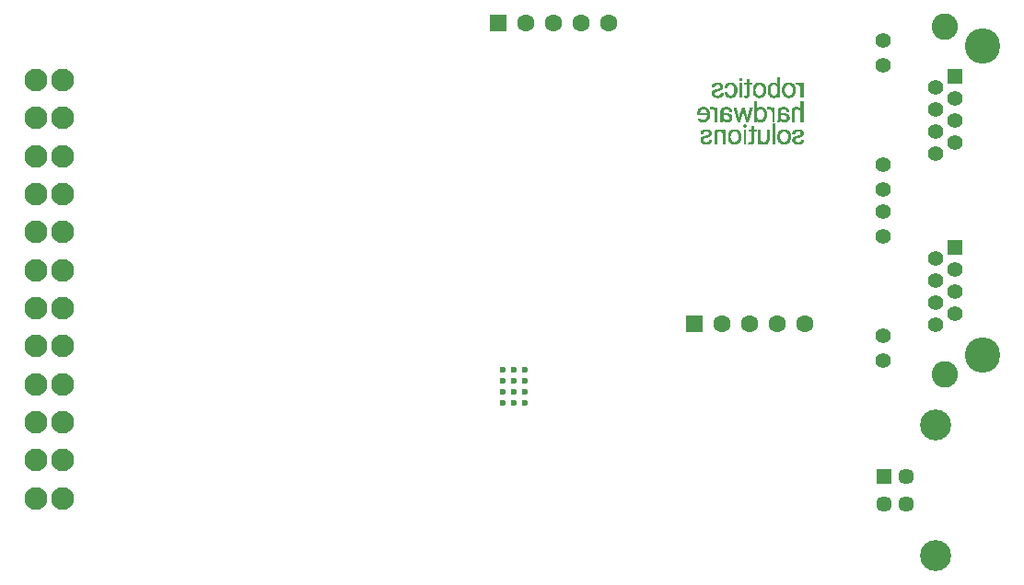
<source format=gbs>
%FSTAX25Y25*%
%MOIN*%
%SFA1B1*%

%IPPOS*%
%ADD63C,0.127950*%
%ADD64C,0.095280*%
%ADD65C,0.054690*%
%ADD66R,0.054690X0.054690*%
%ADD71C,0.001000*%
%ADD112R,0.062990X0.062990*%
%ADD113C,0.062990*%
%ADD114R,0.057090X0.057090*%
%ADD115C,0.057090*%
%ADD116C,0.112200*%
%ADD117C,0.082680*%
%ADD118C,0.023620*%
%LNrobocontroller-1*%
%LPD*%
G54D63*
X0362362Y-0141961D03*
Y-0029961D03*
G54D64*
X0348862Y-0148961D03*
Y-0022961D03*
G54D65*
X0326362Y-0143961D03*
Y-0134961D03*
Y-0098961D03*
Y-0089961D03*
Y-0081961D03*
Y-0072961D03*
Y-0036961D03*
Y-0027961D03*
X0352362Y-0110961D03*
Y-0118961D03*
Y-0126961D03*
X0345362Y-0106961D03*
Y-0114961D03*
Y-0122961D03*
Y-0130961D03*
X0352362Y-0048961D03*
Y-0056961D03*
Y-0064961D03*
X0345362Y-0044961D03*
Y-0052961D03*
Y-0060961D03*
Y-0068961D03*
G54D66*
X0352362Y-0102961D03*
Y-0040961D03*
G54D71*
X0288127Y-0041181D02*
X0288727D01*
X0288127Y-0041281D02*
X0288727D01*
X0288127Y-0041381D02*
X0288727D01*
X0288127Y-0041481D02*
X0288727D01*
X0274427D02*
X0274927D01*
X0288127Y-0041581D02*
X0288727D01*
X0274327D02*
X0275027D01*
X0288127Y-0041681D02*
X0288727D01*
X0274227D02*
X0275127D01*
X0288127Y-0041781D02*
X0288727D01*
X0274227D02*
X0275127D01*
X0288127Y-0041881D02*
X0288727D01*
X0274227D02*
X0275127D01*
X0288127Y-0041981D02*
X0288727D01*
X0277127D02*
X0277827D01*
X0274227D02*
X0275127D01*
X0288127Y-0042081D02*
X0288727D01*
X0277127D02*
X0277827D01*
X0274227D02*
X0275027D01*
X0288127Y-0042181D02*
X0288727D01*
X0277127D02*
X0277827D01*
X0274327D02*
X0275027D01*
X0288127Y-0042281D02*
X0288727D01*
X0277127D02*
X0277827D01*
X0274527D02*
X0274827D01*
X0288127Y-0042381D02*
X0288727D01*
X0277127D02*
X0277827D01*
X0288127Y-0042481D02*
X0288727D01*
X0277127D02*
X0277827D01*
X0288127Y-0042581D02*
X0288727D01*
X0277127D02*
X0277827D01*
X0288127Y-0042681D02*
X0288727D01*
X0277127D02*
X0277827D01*
X0288127Y-0042781D02*
X0288727D01*
X0277127D02*
X0277827D01*
X0288127Y-0042881D02*
X0288727D01*
X0277127D02*
X0277827D01*
X0288127Y-0042981D02*
X0288727D01*
X0277127D02*
X0277827D01*
X0288127Y-0043081D02*
X0288727D01*
X0277127D02*
X0277827D01*
X0295027Y-0043181D02*
X0295427D01*
X0291827D02*
X0292327D01*
X0288127D02*
X0288727D01*
X0286327D02*
X0286827D01*
X0281227D02*
X0281727D01*
X0277127D02*
X0277827D01*
X0270827D02*
X0271227D01*
X0266027D02*
X0266527D01*
X0296527Y-0043281D02*
X0297227D01*
X0294727D02*
X0295827D01*
X0291327D02*
X0292827D01*
X0288127D02*
X0288727D01*
X0285927D02*
X0287327D01*
X0280727D02*
X0282227D01*
X0276127D02*
X0278727D01*
X0274327D02*
X0275027D01*
X0270227D02*
X0271827D01*
X0265527D02*
X0267127D01*
X0296527Y-0043381D02*
X0297227D01*
X0294727D02*
X0296027D01*
X0291127D02*
X0293127D01*
X0288127D02*
X0288727D01*
X0285627D02*
X0287527D01*
X0280427D02*
X0282527D01*
X0276127D02*
X0278727D01*
X0274327D02*
X0275027D01*
X0270027D02*
X0272027D01*
X0265227D02*
X0267327D01*
X0296527Y-0043481D02*
X0297227D01*
X0294727D02*
X0296227D01*
X0290927D02*
X0293327D01*
X0288127D02*
X0288727D01*
X0285527D02*
X0287727D01*
X0280327D02*
X0282627D01*
X0276127D02*
X0278727D01*
X0274327D02*
X0275027D01*
X0269827D02*
X0272227D01*
X0265027D02*
X0267527D01*
X0296527Y-0043581D02*
X0297227D01*
X0294727D02*
X0296327D01*
X0290727D02*
X0293427D01*
X0288127D02*
X0288727D01*
X0285327D02*
X0287827D01*
X0280127D02*
X0282827D01*
X0276127D02*
X0278727D01*
X0274327D02*
X0275027D01*
X0269727D02*
X0272327D01*
X0264927D02*
X0267627D01*
X0296527Y-0043681D02*
X0297227D01*
X0294727D02*
X0296427D01*
X0290627D02*
X0293527D01*
X0288127D02*
X0288727D01*
X0285227D02*
X0287927D01*
X0280027D02*
X0282927D01*
X0276127D02*
X0278727D01*
X0274327D02*
X0275027D01*
X0269627D02*
X0272427D01*
X0264827D02*
X0267727D01*
X0296527Y-0043781D02*
X0297227D01*
X0294727D02*
X0296427D01*
X0292427D02*
X0293627D01*
X0290527D02*
X0291827D01*
X0288127D02*
X0288727D01*
X0286927D02*
X0288027D01*
X0285227D02*
X0286427D01*
X0281727D02*
X0283027D01*
X0279927D02*
X0281227D01*
X0276127D02*
X0278727D01*
X0274327D02*
X0275027D01*
X0271327D02*
X0272527D01*
X0269527D02*
X0270727D01*
X0266627D02*
X0267827D01*
X0264727D02*
X0266027D01*
X0295627Y-0043881D02*
X0297227D01*
X0292727D02*
X0293727D01*
X0290427D02*
X0291527D01*
X0287327D02*
X0288727D01*
X0285127D02*
X0286127D01*
X0282127D02*
X0283127D01*
X0279827D02*
X0280927D01*
X0277127D02*
X0277827D01*
X0274327D02*
X0275027D01*
X0271627D02*
X0272627D01*
X0269427D02*
X0270427D01*
X0266927D02*
X0267927D01*
X0264627D02*
X0265727D01*
X0295827Y-0043981D02*
X0297227D01*
X0292927D02*
X0293827D01*
X0290327D02*
X0291327D01*
X0287527D02*
X0288727D01*
X0285027D02*
X0285927D01*
X0282227D02*
X0283227D01*
X0279727D02*
X0280727D01*
X0277127D02*
X0277827D01*
X0274327D02*
X0275027D01*
X0271827D02*
X0272727D01*
X0269327D02*
X0270227D01*
X0267127D02*
X0268027D01*
X0264527D02*
X0265527D01*
X0296027Y-0044081D02*
X0297227D01*
X0293027D02*
X0293927D01*
X0290227D02*
X0291127D01*
X0287627D02*
X0288727D01*
X0284927D02*
X0285827D01*
X0282427D02*
X0283327D01*
X0279627D02*
X0280527D01*
X0277127D02*
X0277827D01*
X0274327D02*
X0275027D01*
X0271927D02*
X0272827D01*
X0269327D02*
X0270127D01*
X0267227D02*
X0268027D01*
X0264527D02*
X0265327D01*
X0296127Y-0044181D02*
X0297227D01*
X0293127D02*
X0294027D01*
X0290227D02*
X0291027D01*
X0287727D02*
X0288727D01*
X0284927D02*
X0285727D01*
X0282527D02*
X0283327D01*
X0279627D02*
X0280427D01*
X0277127D02*
X0277827D01*
X0274327D02*
X0275027D01*
X0272027D02*
X0272827D01*
X0269227D02*
X0270027D01*
X0267327D02*
X0268027D01*
X0264427D02*
X0265227D01*
X0296227Y-0044281D02*
X0297227D01*
X0293227D02*
X0294027D01*
X0290127D02*
X0290927D01*
X0287827D02*
X0288727D01*
X0284827D02*
X0285627D01*
X0282627D02*
X0283427D01*
X0279527D02*
X0280327D01*
X0277127D02*
X0277827D01*
X0274327D02*
X0275027D01*
X0272127D02*
X0272927D01*
X0269227D02*
X0269927D01*
X0267427D02*
X0268127D01*
X0264427D02*
X0265227D01*
X0296327Y-0044381D02*
X0297227D01*
X0293327D02*
X0294127D01*
X0290127D02*
X0290927D01*
X0287927D02*
X0288727D01*
X0284827D02*
X0285627D01*
X0282727D02*
X0283527D01*
X0279427D02*
X0280227D01*
X0277127D02*
X0277827D01*
X0274327D02*
X0275027D01*
X0272227D02*
X0272927D01*
X0269127D02*
X0269927D01*
X0267427D02*
X0268127D01*
X0264427D02*
X0265127D01*
X0296327Y-0044481D02*
X0297227D01*
X0293327D02*
X0294127D01*
X0290027D02*
X0290827D01*
X0287927D02*
X0288727D01*
X0284827D02*
X0285527D01*
X0282727D02*
X0283527D01*
X0279427D02*
X0280227D01*
X0277127D02*
X0277827D01*
X0274327D02*
X0275027D01*
X0272227D02*
X0273027D01*
X0269127D02*
X0269827D01*
X0267427D02*
X0268127D01*
X0264427D02*
X0265127D01*
X0296427Y-0044581D02*
X0297227D01*
X0293427D02*
X0294227D01*
X0290027D02*
X0290727D01*
X0288027D02*
X0288727D01*
X0284727D02*
X0285527D01*
X0282827D02*
X0283527D01*
X0279427D02*
X0280127D01*
X0277127D02*
X0277827D01*
X0274327D02*
X0275027D01*
X0272327D02*
X0273027D01*
X0269127D02*
X0269827D01*
X0267427D02*
X0268127D01*
X0264427D02*
X0265027D01*
X0296427Y-0044681D02*
X0297227D01*
X0293527D02*
X0294227D01*
X0289927D02*
X0290727D01*
X0288027D02*
X0288727D01*
X0284727D02*
X0285427D01*
X0282827D02*
X0283627D01*
X0279327D02*
X0280127D01*
X0277127D02*
X0277827D01*
X0274327D02*
X0275027D01*
X0272327D02*
X0273127D01*
X0269027D02*
X0269727D01*
X0267427D02*
X0268127D01*
X0264427D02*
X0265027D01*
X0296527Y-0044781D02*
X0297227D01*
X0293527D02*
X0294227D01*
X0289927D02*
X0290627D01*
X0288127D02*
X0288727D01*
X0284727D02*
X0285427D01*
X0282927D02*
X0283627D01*
X0279327D02*
X0280027D01*
X0277127D02*
X0277827D01*
X0274327D02*
X0275027D01*
X0272427D02*
X0273127D01*
X0269027D02*
X0269727D01*
X0267427D02*
X0268127D01*
X0296527Y-0044881D02*
X0297227D01*
X0293627D02*
X0294327D01*
X0289927D02*
X0290627D01*
X0288127D02*
X0288727D01*
X0284727D02*
X0285327D01*
X0282927D02*
X0283627D01*
X0279327D02*
X0280027D01*
X0277127D02*
X0277827D01*
X0274327D02*
X0275027D01*
X0272427D02*
X0273127D01*
X0269027D02*
X0269727D01*
X0267427D02*
X0268127D01*
X0296527Y-0044981D02*
X0297227D01*
X0293627D02*
X0294327D01*
X0289927D02*
X0290627D01*
X0288127D02*
X0288727D01*
X0284627D02*
X0285327D01*
X0283027D02*
X0283727D01*
X0279227D02*
X0279927D01*
X0277127D02*
X0277827D01*
X0274327D02*
X0275027D01*
X0272427D02*
X0273127D01*
X0269027D02*
X0269727D01*
X0267327D02*
X0268127D01*
X0296527Y-0045081D02*
X0297227D01*
X0293627D02*
X0294327D01*
X0289827D02*
X0290527D01*
X0288127D02*
X0288727D01*
X0284627D02*
X0285327D01*
X0283027D02*
X0283727D01*
X0279227D02*
X0279927D01*
X0277127D02*
X0277827D01*
X0274327D02*
X0275027D01*
X0272527D02*
X0273227D01*
X0267227D02*
X0268027D01*
X0296527Y-0045181D02*
X0297227D01*
X0293627D02*
X0294327D01*
X0289827D02*
X0290527D01*
X0288127D02*
X0288727D01*
X0284627D02*
X0285327D01*
X0283027D02*
X0283727D01*
X0279227D02*
X0279927D01*
X0277127D02*
X0277827D01*
X0274327D02*
X0275027D01*
X0272527D02*
X0273227D01*
X0267127D02*
X0268027D01*
X0296527Y-0045281D02*
X0297227D01*
X0293727D02*
X0294327D01*
X0289827D02*
X0290527D01*
X0288127D02*
X0288727D01*
X0284627D02*
X0285327D01*
X0283027D02*
X0283727D01*
X0279227D02*
X0279927D01*
X0277127D02*
X0277827D01*
X0274327D02*
X0275027D01*
X0272527D02*
X0273227D01*
X0266827D02*
X0267927D01*
X0296527Y-0045381D02*
X0297227D01*
X0293727D02*
X0294427D01*
X0289827D02*
X0290527D01*
X0288127D02*
X0288727D01*
X0284627D02*
X0285327D01*
X0283127D02*
X0283727D01*
X0279227D02*
X0279827D01*
X0277127D02*
X0277827D01*
X0274327D02*
X0275027D01*
X0272527D02*
X0273227D01*
X0266627D02*
X0267827D01*
X0296527Y-0045481D02*
X0297227D01*
X0293727D02*
X0294427D01*
X0289827D02*
X0290427D01*
X0288127D02*
X0288727D01*
X0284627D02*
X0285227D01*
X0283127D02*
X0283727D01*
X0279227D02*
X0279827D01*
X0277127D02*
X0277827D01*
X0274327D02*
X0275027D01*
X0272527D02*
X0273227D01*
X0266227D02*
X0267727D01*
X0296527Y-0045581D02*
X0297227D01*
X0293727D02*
X0294427D01*
X0289827D02*
X0290427D01*
X0288127D02*
X0288727D01*
X0284627D02*
X0285227D01*
X0283127D02*
X0283727D01*
X0279227D02*
X0279827D01*
X0277127D02*
X0277827D01*
X0274327D02*
X0275027D01*
X0272527D02*
X0273227D01*
X0265827D02*
X0267627D01*
X0296527Y-0045681D02*
X0297227D01*
X0293727D02*
X0294427D01*
X0289827D02*
X0290427D01*
X0288127D02*
X0288727D01*
X0284627D02*
X0285227D01*
X0283127D02*
X0283827D01*
X0279227D02*
X0279827D01*
X0277127D02*
X0277827D01*
X0274327D02*
X0275027D01*
X0272527D02*
X0273227D01*
X0265527D02*
X0267527D01*
X0296527Y-0045781D02*
X0297227D01*
X0293727D02*
X0294427D01*
X0289827D02*
X0290427D01*
X0288127D02*
X0288727D01*
X0284627D02*
X0285227D01*
X0283127D02*
X0283827D01*
X0279227D02*
X0279827D01*
X0277127D02*
X0277827D01*
X0274327D02*
X0275027D01*
X0272527D02*
X0273227D01*
X0265227D02*
X0267327D01*
X0296527Y-0045881D02*
X0297227D01*
X0293727D02*
X0294427D01*
X0289827D02*
X0290427D01*
X0288127D02*
X0288727D01*
X0284627D02*
X0285227D01*
X0283127D02*
X0283827D01*
X0279227D02*
X0279827D01*
X0277127D02*
X0277827D01*
X0274327D02*
X0275027D01*
X0272527D02*
X0273227D01*
X0265027D02*
X0267027D01*
X0296527Y-0045981D02*
X0297227D01*
X0293727D02*
X0294427D01*
X0289827D02*
X0290427D01*
X0288127D02*
X0288727D01*
X0284627D02*
X0285227D01*
X0283127D02*
X0283827D01*
X0279227D02*
X0279827D01*
X0277127D02*
X0277827D01*
X0274327D02*
X0275027D01*
X0272527D02*
X0273227D01*
X0264927D02*
X0266727D01*
X0296527Y-0046081D02*
X0297227D01*
X0293727D02*
X0294427D01*
X0289827D02*
X0290427D01*
X0288127D02*
X0288727D01*
X0284627D02*
X0285227D01*
X0283127D02*
X0283727D01*
X0279227D02*
X0279827D01*
X0277127D02*
X0277827D01*
X0274327D02*
X0275027D01*
X0272527D02*
X0273227D01*
X0264727D02*
X0266227D01*
X0296527Y-0046181D02*
X0297227D01*
X0293727D02*
X0294427D01*
X0289827D02*
X0290427D01*
X0288127D02*
X0288727D01*
X0284627D02*
X0285227D01*
X0283127D02*
X0283727D01*
X0279227D02*
X0279827D01*
X0277127D02*
X0277827D01*
X0274327D02*
X0275027D01*
X0272527D02*
X0273227D01*
X0264627D02*
X0265927D01*
X0296527Y-0046281D02*
X0297227D01*
X0293727D02*
X0294427D01*
X0289827D02*
X0290527D01*
X0288127D02*
X0288727D01*
X0284627D02*
X0285327D01*
X0283127D02*
X0283727D01*
X0279227D02*
X0279827D01*
X0277127D02*
X0277827D01*
X0274327D02*
X0275027D01*
X0272527D02*
X0273227D01*
X0264527D02*
X0265627D01*
X0296527Y-0046381D02*
X0297227D01*
X0293727D02*
X0294327D01*
X0289827D02*
X0290527D01*
X0288127D02*
X0288727D01*
X0284627D02*
X0285327D01*
X0283127D02*
X0283727D01*
X0279227D02*
X0279927D01*
X0277127D02*
X0277827D01*
X0274327D02*
X0275027D01*
X0272527D02*
X0273227D01*
X0264527D02*
X0265427D01*
X0296527Y-0046481D02*
X0297227D01*
X0293627D02*
X0294327D01*
X0289827D02*
X0290527D01*
X0288127D02*
X0288727D01*
X0284627D02*
X0285327D01*
X0283027D02*
X0283727D01*
X0279227D02*
X0279927D01*
X0277127D02*
X0277827D01*
X0274327D02*
X0275027D01*
X0272527D02*
X0273227D01*
X0264427D02*
X0265327D01*
X0296527Y-0046581D02*
X0297227D01*
X0293627D02*
X0294327D01*
X0289827D02*
X0290527D01*
X0288127D02*
X0288727D01*
X0284627D02*
X0285327D01*
X0283027D02*
X0283727D01*
X0279227D02*
X0279927D01*
X0277127D02*
X0277827D01*
X0274327D02*
X0275027D01*
X0272527D02*
X0273227D01*
X0264427D02*
X0265227D01*
X0296527Y-0046681D02*
X0297227D01*
X0293627D02*
X0294327D01*
X0289927D02*
X0290527D01*
X0288127D02*
X0288727D01*
X0284627D02*
X0285327D01*
X0283027D02*
X0283727D01*
X0279227D02*
X0279927D01*
X0277127D02*
X0277827D01*
X0274327D02*
X0275027D01*
X0272527D02*
X0273127D01*
X0264427D02*
X0265127D01*
X0296527Y-0046781D02*
X0297227D01*
X0293627D02*
X0294327D01*
X0289927D02*
X0290627D01*
X0288127D02*
X0288727D01*
X0284727D02*
X0285427D01*
X0282927D02*
X0283727D01*
X0279327D02*
X0280027D01*
X0277127D02*
X0277827D01*
X0274327D02*
X0275027D01*
X0272427D02*
X0273127D01*
X0269027D02*
X0269727D01*
X0264327D02*
X0265127D01*
X0296527Y-0046881D02*
X0297227D01*
X0293527D02*
X0294227D01*
X0289927D02*
X0290627D01*
X0288127D02*
X0288727D01*
X0284727D02*
X0285427D01*
X0282927D02*
X0283627D01*
X0279327D02*
X0280027D01*
X0277127D02*
X0277827D01*
X0274327D02*
X0275027D01*
X0272427D02*
X0273127D01*
X0269027D02*
X0269727D01*
X0264327D02*
X0265027D01*
X0296527Y-0046981D02*
X0297227D01*
X0293527D02*
X0294227D01*
X0289927D02*
X0290727D01*
X0288127D02*
X0288727D01*
X0284727D02*
X0285427D01*
X0282927D02*
X0283627D01*
X0279327D02*
X0280027D01*
X0277127D02*
X0277827D01*
X0274327D02*
X0275027D01*
X0272427D02*
X0273127D01*
X0269027D02*
X0269727D01*
X0267627D02*
X0268327D01*
X0264327D02*
X0265027D01*
X0296527Y-0047081D02*
X0297227D01*
X0293427D02*
X0294227D01*
X0290027D02*
X0290727D01*
X0288027D02*
X0288727D01*
X0284727D02*
X0285527D01*
X0282827D02*
X0283627D01*
X0279427D02*
X0280127D01*
X0277127D02*
X0277827D01*
X0274327D02*
X0275027D01*
X0272327D02*
X0273027D01*
X0269027D02*
X0269727D01*
X0267627D02*
X0268327D01*
X0264327D02*
X0265027D01*
X0296527Y-0047181D02*
X0297227D01*
X0293427D02*
X0294127D01*
X0290027D02*
X0290827D01*
X0288027D02*
X0288727D01*
X0284827D02*
X0285527D01*
X0282727D02*
X0283527D01*
X0279427D02*
X0280227D01*
X0277127D02*
X0277827D01*
X0274327D02*
X0275027D01*
X0272327D02*
X0273027D01*
X0269127D02*
X0269827D01*
X0267527D02*
X0268227D01*
X0264327D02*
X0265027D01*
X0296527Y-0047281D02*
X0297227D01*
X0293327D02*
X0294127D01*
X0290127D02*
X0290827D01*
X0287927D02*
X0288727D01*
X0284827D02*
X0285627D01*
X0282727D02*
X0283527D01*
X0279427D02*
X0280227D01*
X0277127D02*
X0277827D01*
X0274327D02*
X0275027D01*
X0272227D02*
X0272927D01*
X0269127D02*
X0269827D01*
X0267527D02*
X0268227D01*
X0264327D02*
X0265027D01*
X0296527Y-0047381D02*
X0297227D01*
X0293227D02*
X0294027D01*
X0290127D02*
X0290927D01*
X0287827D02*
X0288727D01*
X0284827D02*
X0285627D01*
X0282627D02*
X0283427D01*
X0279527D02*
X0280327D01*
X0277127D02*
X0277827D01*
X0274327D02*
X0275027D01*
X0272127D02*
X0272927D01*
X0269127D02*
X0269927D01*
X0267427D02*
X0268227D01*
X0264427D02*
X0265127D01*
X0296527Y-0047481D02*
X0297227D01*
X0293127D02*
X0294027D01*
X0290227D02*
X0291027D01*
X0287727D02*
X0288727D01*
X0284927D02*
X0285727D01*
X0282527D02*
X0283427D01*
X0279527D02*
X0280427D01*
X0277127D02*
X0277827D01*
X0274327D02*
X0275027D01*
X0272027D02*
X0272827D01*
X0269227D02*
X0270027D01*
X0267427D02*
X0268227D01*
X0264427D02*
X0265127D01*
X0296527Y-0047581D02*
X0297227D01*
X0293027D02*
X0293927D01*
X0290227D02*
X0291127D01*
X0287627D02*
X0288727D01*
X0284927D02*
X0285827D01*
X0282427D02*
X0283327D01*
X0279627D02*
X0280527D01*
X0277127D02*
X0277827D01*
X0274327D02*
X0275027D01*
X0271927D02*
X0272827D01*
X0269227D02*
X0270127D01*
X0267327D02*
X0268127D01*
X0264427D02*
X0265227D01*
X0296527Y-0047681D02*
X0297227D01*
X0292927D02*
X0293827D01*
X0290327D02*
X0291327D01*
X0287527D02*
X0288727D01*
X0285027D02*
X0285927D01*
X0282327D02*
X0283227D01*
X0279727D02*
X0280627D01*
X0277027D02*
X0277827D01*
X0274327D02*
X0275027D01*
X0271827D02*
X0272727D01*
X0269327D02*
X0270227D01*
X0267127D02*
X0268127D01*
X0264527D02*
X0265427D01*
X0296527Y-0047781D02*
X0297227D01*
X0292727D02*
X0293827D01*
X0290427D02*
X0291427D01*
X0287327D02*
X0288727D01*
X0285127D02*
X0286127D01*
X0282127D02*
X0283127D01*
X0279827D02*
X0280827D01*
X0276927D02*
X0277727D01*
X0274327D02*
X0275027D01*
X0271627D02*
X0272627D01*
X0269427D02*
X0270427D01*
X0267027D02*
X0268027D01*
X0264527D02*
X0265527D01*
X0296527Y-0047881D02*
X0297227D01*
X0292427D02*
X0293727D01*
X0290527D02*
X0291727D01*
X0287027D02*
X0288727D01*
X0285227D02*
X0286427D01*
X0281827D02*
X0283027D01*
X0279927D02*
X0281127D01*
X0276727D02*
X0277727D01*
X0276027D02*
X0276327D01*
X0274327D02*
X0275027D01*
X0271427D02*
X0272627D01*
X0269527D02*
X0270627D01*
X0266627D02*
X0267927D01*
X0264627D02*
X0265827D01*
X0296527Y-0047981D02*
X0297227D01*
X0290627D02*
X0293627D01*
X0288127D02*
X0288727D01*
X0285227D02*
X0288027D01*
X0280027D02*
X0282927D01*
X0276027D02*
X0277727D01*
X0274327D02*
X0275027D01*
X0269627D02*
X0272527D01*
X0264727D02*
X0267827D01*
X0296527Y-0048081D02*
X0297227D01*
X0290727D02*
X0293427D01*
X0288127D02*
X0288727D01*
X0285327D02*
X0287927D01*
X0280127D02*
X0282827D01*
X0276027D02*
X0277627D01*
X0274327D02*
X0275027D01*
X0269727D02*
X0272327D01*
X0264827D02*
X0267727D01*
X0296527Y-0048181D02*
X0297227D01*
X0290927D02*
X0293327D01*
X0288127D02*
X0288727D01*
X0285527D02*
X0287727D01*
X0280227D02*
X0282727D01*
X0276027D02*
X0277527D01*
X0274327D02*
X0275027D01*
X0269827D02*
X0272227D01*
X0264927D02*
X0267627D01*
X0296527Y-0048281D02*
X0297227D01*
X0291027D02*
X0293127D01*
X0288127D02*
X0288727D01*
X0285627D02*
X0287627D01*
X0280427D02*
X0282527D01*
X0276027D02*
X0277427D01*
X0274327D02*
X0275027D01*
X0270027D02*
X0272027D01*
X0265127D02*
X0267427D01*
X0296527Y-0048381D02*
X0297227D01*
X0291327D02*
X0292927D01*
X0288127D02*
X0288727D01*
X0285827D02*
X0287327D01*
X0280727D02*
X0282227D01*
X0276027D02*
X0277327D01*
X0274327D02*
X0275027D01*
X0270327D02*
X0271827D01*
X0265427D02*
X0267127D01*
X0291727Y-0048481D02*
X0292427D01*
X0286327D02*
X0286927D01*
X0281127D02*
X0281827D01*
X0276327D02*
X0276927D01*
X0270727D02*
X0271327D01*
X0265927D02*
X0266627D01*
X0296527Y-0050081D02*
X0297227D01*
X0279827D02*
X0280427D01*
X0296527Y-0050181D02*
X0297227D01*
X0279827D02*
X0280427D01*
X0296527Y-0050281D02*
X0297227D01*
X0279827D02*
X0280427D01*
X0296527Y-0050381D02*
X0297227D01*
X0279827D02*
X0280427D01*
X0296527Y-0050481D02*
X0297227D01*
X0279827D02*
X0280427D01*
X0296527Y-0050581D02*
X0297227D01*
X0279827D02*
X0280427D01*
X0296527Y-0050681D02*
X0297227D01*
X0279827D02*
X0280427D01*
X0296527Y-0050781D02*
X0297227D01*
X0279827D02*
X0280427D01*
X0296527Y-0050881D02*
X0297227D01*
X0279827D02*
X0280427D01*
X0296527Y-0050981D02*
X0297227D01*
X0279827D02*
X0280427D01*
X0296527Y-0051081D02*
X0297227D01*
X0279827D02*
X0280427D01*
X0296527Y-0051181D02*
X0297227D01*
X0279827D02*
X0280427D01*
X0296527Y-0051281D02*
X0297227D01*
X0279827D02*
X0280427D01*
X0296527Y-0051381D02*
X0297227D01*
X0279827D02*
X0280427D01*
X0296527Y-0051481D02*
X0297227D01*
X0279827D02*
X0280427D01*
X0296527Y-0051581D02*
X0297227D01*
X0279827D02*
X0280427D01*
X0296527Y-0051681D02*
X0297227D01*
X0279827D02*
X0280427D01*
X0296527Y-0051781D02*
X0297227D01*
X0279827D02*
X0280427D01*
X0296527Y-0051881D02*
X0297227D01*
X0279827D02*
X0280427D01*
X0296527Y-0051981D02*
X0297227D01*
X0279827D02*
X0280427D01*
X0296527Y-0052081D02*
X0297227D01*
X0294427D02*
X0295427D01*
X0289627D02*
X0290627D01*
X0284427D02*
X0285327D01*
X0281527D02*
X0282427D01*
X0279827D02*
X0280427D01*
X0268927D02*
X0269927D01*
X0263727D02*
X0264627D01*
X0260627D02*
X0261627D01*
X0296527Y-0052181D02*
X0297227D01*
X0294127D02*
X0295727D01*
X0289227D02*
X0291027D01*
X0286227D02*
X0286827D01*
X0284427D02*
X0285627D01*
X0281127D02*
X0282727D01*
X0279827D02*
X0280427D01*
X0278227D02*
X0278927D01*
X0275227D02*
X0275827D01*
X0272227D02*
X0272927D01*
X0268527D02*
X0270327D01*
X0265527D02*
X0266127D01*
X0263727D02*
X0264927D01*
X0260327D02*
X0261927D01*
X0296527Y-0052281D02*
X0297227D01*
X0293927D02*
X0295927D01*
X0289027D02*
X0291227D01*
X0286227D02*
X0286827D01*
X0284427D02*
X0285727D01*
X0280927D02*
X0282927D01*
X0279827D02*
X0280427D01*
X0278127D02*
X0278827D01*
X0275227D02*
X0275927D01*
X0272227D02*
X0272927D01*
X0268327D02*
X0270527D01*
X0265527D02*
X0266127D01*
X0263727D02*
X0265027D01*
X0260127D02*
X0262127D01*
X0296527Y-0052381D02*
X0297227D01*
X0293827D02*
X0296127D01*
X0288827D02*
X0291427D01*
X0286227D02*
X0286827D01*
X0284427D02*
X0285927D01*
X0280827D02*
X0283127D01*
X0279827D02*
X0280427D01*
X0278127D02*
X0278827D01*
X0275227D02*
X0275927D01*
X0272227D02*
X0272927D01*
X0268127D02*
X0270727D01*
X0265527D02*
X0266127D01*
X0263727D02*
X0265227D01*
X0259927D02*
X0262327D01*
X0296527Y-0052481D02*
X0297227D01*
X0293727D02*
X0296227D01*
X0288727D02*
X0291527D01*
X0286227D02*
X0286827D01*
X0284427D02*
X0286027D01*
X0280727D02*
X0283227D01*
X0279827D02*
X0280427D01*
X0278127D02*
X0278827D01*
X0275127D02*
X0275927D01*
X0272327D02*
X0273027D01*
X0268027D02*
X0270827D01*
X0265527D02*
X0266127D01*
X0263727D02*
X0265327D01*
X0259827D02*
X0262427D01*
X0296527Y-0052581D02*
X0297227D01*
X0293627D02*
X0296327D01*
X0288627D02*
X0291627D01*
X0286227D02*
X0286827D01*
X0284427D02*
X0286127D01*
X0280627D02*
X0283327D01*
X0279827D02*
X0280427D01*
X0278127D02*
X0278827D01*
X0275127D02*
X0276027D01*
X0272327D02*
X0273027D01*
X0267927D02*
X0270927D01*
X0265527D02*
X0266127D01*
X0263727D02*
X0265427D01*
X0259727D02*
X0262527D01*
X0296527Y-0052681D02*
X0297227D01*
X0295427D02*
X0296427D01*
X0293527D02*
X0294727D01*
X0290627D02*
X0291727D01*
X0288527D02*
X0289627D01*
X0286227D02*
X0286827D01*
X0285027D02*
X0286127D01*
X0284427D02*
X0284727D01*
X0282227D02*
X0283427D01*
X0280527D02*
X0281427D01*
X0279827D02*
X0280427D01*
X0278027D02*
X0278727D01*
X0275127D02*
X0276027D01*
X0272327D02*
X0273027D01*
X0269927D02*
X0271027D01*
X0267827D02*
X0268927D01*
X0265527D02*
X0266127D01*
X0264327D02*
X0265427D01*
X0263727D02*
X0264027D01*
X0261527D02*
X0262627D01*
X0259627D02*
X0260727D01*
X0295727Y-0052781D02*
X0297227D01*
X0293527D02*
X0294427D01*
X0290927D02*
X0291827D01*
X0288527D02*
X0289427D01*
X0285427D02*
X0286827D01*
X0282527D02*
X0283527D01*
X0279827D02*
X0281227D01*
X0278027D02*
X0278727D01*
X0275027D02*
X0276027D01*
X0272427D02*
X0273127D01*
X0270227D02*
X0271127D01*
X0267827D02*
X0268727D01*
X0264727D02*
X0266127D01*
X0261827D02*
X0262727D01*
X0259527D02*
X0260527D01*
X0295827Y-0052881D02*
X0297227D01*
X0293427D02*
X0294327D01*
X0291027D02*
X0291927D01*
X0288427D02*
X0289327D01*
X0285627D02*
X0286827D01*
X0282627D02*
X0283527D01*
X0279827D02*
X0281027D01*
X0278027D02*
X0278727D01*
X0275027D02*
X0276127D01*
X0272427D02*
X0273127D01*
X0270327D02*
X0271227D01*
X0267727D02*
X0268627D01*
X0264927D02*
X0266127D01*
X0261927D02*
X0262827D01*
X0259527D02*
X0260327D01*
X0296027Y-0052981D02*
X0297227D01*
X0293427D02*
X0294227D01*
X0291127D02*
X0292027D01*
X0288427D02*
X0289127D01*
X0285727D02*
X0286827D01*
X0282727D02*
X0283627D01*
X0279827D02*
X0280927D01*
X0278027D02*
X0278627D01*
X0275027D02*
X0276127D01*
X0272427D02*
X0273127D01*
X0270427D02*
X0271327D01*
X0267727D02*
X0268427D01*
X0265027D02*
X0266127D01*
X0262027D02*
X0262927D01*
X0259427D02*
X0260227D01*
X0296127Y-0053081D02*
X0297227D01*
X0293427D02*
X0294127D01*
X0291227D02*
X0292027D01*
X0288327D02*
X0289127D01*
X0285827D02*
X0286827D01*
X0282827D02*
X0283627D01*
X0279827D02*
X0280827D01*
X0277927D02*
X0278627D01*
X0274927D02*
X0276127D01*
X0272427D02*
X0273127D01*
X0270527D02*
X0271327D01*
X0267627D02*
X0268427D01*
X0265127D02*
X0266127D01*
X0262127D02*
X0262927D01*
X0259327D02*
X0260127D01*
X0296227Y-0053181D02*
X0297227D01*
X0293427D02*
X0294127D01*
X0291327D02*
X0292027D01*
X0288327D02*
X0289027D01*
X0285927D02*
X0286827D01*
X0282927D02*
X0283727D01*
X0279827D02*
X0280727D01*
X0277927D02*
X0278627D01*
X0274927D02*
X0276127D01*
X0272527D02*
X0273227D01*
X0270627D02*
X0271327D01*
X0267627D02*
X0268327D01*
X0265227D02*
X0266127D01*
X0262227D02*
X0263027D01*
X0259327D02*
X0260127D01*
X0296227Y-0053281D02*
X0297227D01*
X0293327D02*
X0294027D01*
X0291427D02*
X0292127D01*
X0288327D02*
X0289027D01*
X0286027D02*
X0286827D01*
X0283027D02*
X0283727D01*
X0279827D02*
X0280627D01*
X0277927D02*
X0278627D01*
X0275627D02*
X0276227D01*
X0274927D02*
X0275527D01*
X0272527D02*
X0273227D01*
X0270727D02*
X0271427D01*
X0267627D02*
X0268327D01*
X0265327D02*
X0266127D01*
X0262327D02*
X0263027D01*
X0259327D02*
X0260027D01*
X0296327Y-0053381D02*
X0297227D01*
X0293327D02*
X0294027D01*
X0291427D02*
X0292127D01*
X0288227D02*
X0288927D01*
X0286027D02*
X0286827D01*
X0283027D02*
X0283827D01*
X0279827D02*
X0280627D01*
X0277827D02*
X0278527D01*
X0275627D02*
X0276227D01*
X0274927D02*
X0275527D01*
X0272527D02*
X0273227D01*
X0270727D02*
X0271427D01*
X0267527D02*
X0268227D01*
X0265327D02*
X0266127D01*
X0262427D02*
X0263127D01*
X0259227D02*
X0259927D01*
X0296427Y-0053481D02*
X0297227D01*
X0293327D02*
X0294027D01*
X0291427D02*
X0292127D01*
X0288227D02*
X0288927D01*
X0286127D02*
X0286827D01*
X0283127D02*
X0283827D01*
X0279827D02*
X0280527D01*
X0277827D02*
X0278527D01*
X0275627D02*
X0276227D01*
X0274827D02*
X0275527D01*
X0272627D02*
X0273227D01*
X0270727D02*
X0271427D01*
X0267527D02*
X0268227D01*
X0265427D02*
X0266127D01*
X0262427D02*
X0263127D01*
X0259227D02*
X0259927D01*
X0296427Y-0053581D02*
X0297227D01*
X0293327D02*
X0294027D01*
X0291427D02*
X0292127D01*
X0288227D02*
X0288927D01*
X0286127D02*
X0286827D01*
X0283127D02*
X0283827D01*
X0279827D02*
X0280527D01*
X0277827D02*
X0278527D01*
X0275727D02*
X0276327D01*
X0274827D02*
X0275427D01*
X0272627D02*
X0273327D01*
X0270727D02*
X0271427D01*
X0267527D02*
X0268227D01*
X0265427D02*
X0266127D01*
X0262527D02*
X0263227D01*
X0259227D02*
X0259927D01*
X0296527Y-0053681D02*
X0297227D01*
X0293327D02*
X0293927D01*
X0288227D02*
X0288927D01*
X0286127D02*
X0286827D01*
X0283127D02*
X0283927D01*
X0279827D02*
X0280427D01*
X0277827D02*
X0278427D01*
X0275727D02*
X0276327D01*
X0274827D02*
X0275427D01*
X0272627D02*
X0273327D01*
X0267527D02*
X0268227D01*
X0265427D02*
X0266127D01*
X0262527D02*
X0263227D01*
X0259227D02*
X0259827D01*
X0296527Y-0053781D02*
X0297227D01*
X0293327D02*
X0293927D01*
X0288227D02*
X0288927D01*
X0286227D02*
X0286827D01*
X0283227D02*
X0283927D01*
X0279827D02*
X0280427D01*
X0277727D02*
X0278427D01*
X0275727D02*
X0276327D01*
X0274727D02*
X0275427D01*
X0272727D02*
X0273327D01*
X0267527D02*
X0268227D01*
X0265527D02*
X0266127D01*
X0262527D02*
X0263227D01*
X0259127D02*
X0259827D01*
X0296527Y-0053881D02*
X0297227D01*
X0293327D02*
X0293927D01*
X0288227D02*
X0288927D01*
X0286227D02*
X0286827D01*
X0283227D02*
X0283927D01*
X0279827D02*
X0280427D01*
X0277727D02*
X0278427D01*
X0275727D02*
X0276427D01*
X0274727D02*
X0275327D01*
X0272727D02*
X0273327D01*
X0267527D02*
X0268227D01*
X0265527D02*
X0266127D01*
X0262627D02*
X0263327D01*
X0259127D02*
X0259827D01*
X0296527Y-0053981D02*
X0297227D01*
X0293327D02*
X0293927D01*
X0288227D02*
X0288927D01*
X0286227D02*
X0286827D01*
X0283227D02*
X0283927D01*
X0279827D02*
X0280427D01*
X0277727D02*
X0278427D01*
X0275827D02*
X0276427D01*
X0274727D02*
X0275327D01*
X0272727D02*
X0273427D01*
X0267527D02*
X0268227D01*
X0265527D02*
X0266127D01*
X0262627D02*
X0263327D01*
X0259127D02*
X0259827D01*
X0296527Y-0054081D02*
X0297227D01*
X0293327D02*
X0293927D01*
X0288227D02*
X0288927D01*
X0286227D02*
X0286827D01*
X0283227D02*
X0283927D01*
X0279827D02*
X0280427D01*
X0277727D02*
X0278327D01*
X0275827D02*
X0276427D01*
X0274627D02*
X0275327D01*
X0272727D02*
X0273427D01*
X0267527D02*
X0268227D01*
X0265527D02*
X0266127D01*
X0262627D02*
X0263327D01*
X0259127D02*
X0259827D01*
X0296527Y-0054181D02*
X0297227D01*
X0293327D02*
X0293927D01*
X0288227D02*
X0288927D01*
X0286227D02*
X0286827D01*
X0283227D02*
X0283927D01*
X0279827D02*
X0280427D01*
X0277627D02*
X0278327D01*
X0275827D02*
X0276527D01*
X0274627D02*
X0275227D01*
X0272827D02*
X0273427D01*
X0267527D02*
X0268227D01*
X0265527D02*
X0266127D01*
X0262627D02*
X0263327D01*
X0259127D02*
X0259727D01*
X0296527Y-0054281D02*
X0297227D01*
X0293327D02*
X0293927D01*
X0288227D02*
X0290527D01*
X0286227D02*
X0286827D01*
X0283327D02*
X0283927D01*
X0279827D02*
X0280427D01*
X0277627D02*
X0278327D01*
X0275927D02*
X0276527D01*
X0274627D02*
X0275227D01*
X0272827D02*
X0273527D01*
X0267527D02*
X0269827D01*
X0265527D02*
X0266127D01*
X0259127D02*
X0263327D01*
X0296527Y-0054381D02*
X0297227D01*
X0293327D02*
X0293927D01*
X0288227D02*
X0291027D01*
X0286227D02*
X0286827D01*
X0283327D02*
X0283927D01*
X0279827D02*
X0280427D01*
X0277627D02*
X0278227D01*
X0275927D02*
X0276527D01*
X0274527D02*
X0275227D01*
X0272827D02*
X0273527D01*
X0267527D02*
X0270327D01*
X0265527D02*
X0266127D01*
X0259127D02*
X0263327D01*
X0296527Y-0054481D02*
X0297227D01*
X0293327D02*
X0293927D01*
X0288227D02*
X0291327D01*
X0286227D02*
X0286827D01*
X0283327D02*
X0283927D01*
X0279827D02*
X0280427D01*
X0277527D02*
X0278227D01*
X0275927D02*
X0276627D01*
X0274527D02*
X0275127D01*
X0272927D02*
X0273527D01*
X0267527D02*
X0270627D01*
X0265527D02*
X0266127D01*
X0259127D02*
X0263327D01*
X0296527Y-0054581D02*
X0297227D01*
X0293327D02*
X0293927D01*
X0288227D02*
X0291527D01*
X0286227D02*
X0286827D01*
X0283327D02*
X0283927D01*
X0279827D02*
X0280427D01*
X0277527D02*
X0278227D01*
X0276027D02*
X0276627D01*
X0274527D02*
X0275127D01*
X0272927D02*
X0273527D01*
X0267527D02*
X0270827D01*
X0265527D02*
X0266127D01*
X0259127D02*
X0263327D01*
X0296527Y-0054681D02*
X0297227D01*
X0293327D02*
X0293927D01*
X0288227D02*
X0291627D01*
X0286227D02*
X0286827D01*
X0283327D02*
X0283927D01*
X0279827D02*
X0280427D01*
X0277527D02*
X0278227D01*
X0276027D02*
X0276627D01*
X0274427D02*
X0275127D01*
X0272927D02*
X0273627D01*
X0267527D02*
X0270927D01*
X0265527D02*
X0266127D01*
X0259127D02*
X0263327D01*
X0296527Y-0054781D02*
X0297227D01*
X0293327D02*
X0293927D01*
X0290127D02*
X0291727D01*
X0288227D02*
X0288927D01*
X0286227D02*
X0286827D01*
X0283327D02*
X0283927D01*
X0279827D02*
X0280427D01*
X0277527D02*
X0278127D01*
X0276027D02*
X0276727D01*
X0274427D02*
X0275027D01*
X0272927D02*
X0273627D01*
X0269427D02*
X0271027D01*
X0267527D02*
X0268227D01*
X0265527D02*
X0266127D01*
X0259127D02*
X0263327D01*
X0296527Y-0054881D02*
X0297227D01*
X0293327D02*
X0293927D01*
X0290627D02*
X0291827D01*
X0288227D02*
X0288927D01*
X0286227D02*
X0286827D01*
X0283327D02*
X0283927D01*
X0279827D02*
X0280427D01*
X0277427D02*
X0278127D01*
X0276127D02*
X0276727D01*
X0274427D02*
X0275027D01*
X0273027D02*
X0273627D01*
X0269927D02*
X0271127D01*
X0267527D02*
X0268227D01*
X0265527D02*
X0266127D01*
X0262727D02*
X0263327D01*
X0296527Y-0054981D02*
X0297227D01*
X0293327D02*
X0293927D01*
X0290927D02*
X0291927D01*
X0288227D02*
X0288927D01*
X0286227D02*
X0286827D01*
X0283327D02*
X0283927D01*
X0279827D02*
X0280427D01*
X0277427D02*
X0278127D01*
X0276127D02*
X0276727D01*
X0274427D02*
X0275027D01*
X0273027D02*
X0273627D01*
X0270227D02*
X0271227D01*
X0267527D02*
X0268227D01*
X0265527D02*
X0266127D01*
X0262727D02*
X0263327D01*
X0296527Y-0055081D02*
X0297227D01*
X0293327D02*
X0293927D01*
X0291127D02*
X0292027D01*
X0288227D02*
X0288927D01*
X0286227D02*
X0286827D01*
X0283327D02*
X0283927D01*
X0279827D02*
X0280427D01*
X0277427D02*
X0278027D01*
X0276127D02*
X0276727D01*
X0274327D02*
X0275027D01*
X0273027D02*
X0273727D01*
X0270427D02*
X0271327D01*
X0267527D02*
X0268227D01*
X0265527D02*
X0266127D01*
X0262727D02*
X0263327D01*
X0296527Y-0055181D02*
X0297227D01*
X0293327D02*
X0293927D01*
X0291227D02*
X0292127D01*
X0288227D02*
X0288927D01*
X0286227D02*
X0286827D01*
X0283327D02*
X0283927D01*
X0279827D02*
X0280427D01*
X0277427D02*
X0278027D01*
X0276227D02*
X0276827D01*
X0274327D02*
X0274927D01*
X0273127D02*
X0273727D01*
X0270527D02*
X0271427D01*
X0267527D02*
X0268227D01*
X0265527D02*
X0266127D01*
X0262727D02*
X0263327D01*
X0296527Y-0055281D02*
X0297227D01*
X0293327D02*
X0293927D01*
X0291327D02*
X0292127D01*
X0288227D02*
X0288927D01*
X0286227D02*
X0286827D01*
X0283227D02*
X0283927D01*
X0279827D02*
X0280427D01*
X0277327D02*
X0278027D01*
X0276227D02*
X0276827D01*
X0274327D02*
X0274927D01*
X0273127D02*
X0273727D01*
X0270627D02*
X0271427D01*
X0267527D02*
X0268227D01*
X0265527D02*
X0266127D01*
X0262627D02*
X0263327D01*
X0296527Y-0055381D02*
X0297227D01*
X0293327D02*
X0293927D01*
X0291427D02*
X0292127D01*
X0288227D02*
X0288927D01*
X0286227D02*
X0286827D01*
X0283227D02*
X0283927D01*
X0279827D02*
X0280427D01*
X0277327D02*
X0277927D01*
X0276227D02*
X0276827D01*
X0274227D02*
X0274927D01*
X0273127D02*
X0273727D01*
X0270727D02*
X0271427D01*
X0267527D02*
X0268227D01*
X0265527D02*
X0266127D01*
X0262627D02*
X0263327D01*
X0296527Y-0055481D02*
X0297227D01*
X0293327D02*
X0293927D01*
X0291527D02*
X0292227D01*
X0288227D02*
X0288927D01*
X0286227D02*
X0286827D01*
X0283227D02*
X0283927D01*
X0279827D02*
X0280427D01*
X0277327D02*
X0277927D01*
X0276327D02*
X0276927D01*
X0274227D02*
X0274827D01*
X0273127D02*
X0273827D01*
X0270827D02*
X0271527D01*
X0267527D02*
X0268227D01*
X0265527D02*
X0266127D01*
X0262627D02*
X0263327D01*
X0296527Y-0055581D02*
X0297227D01*
X0293327D02*
X0293927D01*
X0291527D02*
X0292227D01*
X0288227D02*
X0288927D01*
X0286227D02*
X0286827D01*
X0283227D02*
X0283927D01*
X0279827D02*
X0280427D01*
X0277227D02*
X0277927D01*
X0276327D02*
X0276927D01*
X0274227D02*
X0274827D01*
X0273227D02*
X0273827D01*
X0270827D02*
X0271527D01*
X0267527D02*
X0268227D01*
X0265527D02*
X0266127D01*
X0262627D02*
X0263327D01*
X0296527Y-0055681D02*
X0297227D01*
X0293327D02*
X0293927D01*
X0291527D02*
X0292227D01*
X0288227D02*
X0288927D01*
X0286227D02*
X0286827D01*
X0283227D02*
X0283927D01*
X0279827D02*
X0280427D01*
X0277227D02*
X0277927D01*
X0276327D02*
X0276927D01*
X0274127D02*
X0274827D01*
X0273227D02*
X0273827D01*
X0270827D02*
X0271527D01*
X0267527D02*
X0268227D01*
X0265527D02*
X0266127D01*
X0262527D02*
X0263227D01*
X0296527Y-0055781D02*
X0297227D01*
X0293327D02*
X0293927D01*
X0291527D02*
X0292227D01*
X0288227D02*
X0288927D01*
X0286227D02*
X0286827D01*
X0283127D02*
X0283827D01*
X0279827D02*
X0280427D01*
X0277227D02*
X0277827D01*
X0276427D02*
X0277027D01*
X0274127D02*
X0274727D01*
X0273227D02*
X0273927D01*
X0270827D02*
X0271527D01*
X0267527D02*
X0268227D01*
X0265527D02*
X0266127D01*
X0262527D02*
X0263227D01*
X0296527Y-0055881D02*
X0297227D01*
X0293327D02*
X0293927D01*
X0291527D02*
X0292227D01*
X0288227D02*
X0288927D01*
X0286227D02*
X0286827D01*
X0283127D02*
X0283827D01*
X0279827D02*
X0280527D01*
X0277227D02*
X0277827D01*
X0276427D02*
X0277027D01*
X0274127D02*
X0274727D01*
X0273327D02*
X0273927D01*
X0270827D02*
X0271527D01*
X0267527D02*
X0268227D01*
X0265527D02*
X0266127D01*
X0262427D02*
X0263227D01*
X0296527Y-0055981D02*
X0297227D01*
X0293327D02*
X0293927D01*
X0291527D02*
X0292227D01*
X0288227D02*
X0289027D01*
X0286227D02*
X0286827D01*
X0283027D02*
X0283827D01*
X0279827D02*
X0280527D01*
X0277127D02*
X0277827D01*
X0276427D02*
X0277027D01*
X0274027D02*
X0274727D01*
X0273327D02*
X0273927D01*
X0270827D02*
X0271527D01*
X0267527D02*
X0268327D01*
X0265527D02*
X0266127D01*
X0262427D02*
X0263127D01*
X0296527Y-0056081D02*
X0297227D01*
X0293327D02*
X0293927D01*
X0291527D02*
X0292227D01*
X0288227D02*
X0289127D01*
X0286227D02*
X0286827D01*
X0283027D02*
X0283727D01*
X0279827D02*
X0280627D01*
X0276427D02*
X0277727D01*
X0274027D02*
X0274627D01*
X0273327D02*
X0273927D01*
X0270827D02*
X0271527D01*
X0267527D02*
X0268427D01*
X0265527D02*
X0266127D01*
X0262327D02*
X0263127D01*
X0296527Y-0056181D02*
X0297227D01*
X0293327D02*
X0293927D01*
X0291527D02*
X0292227D01*
X0288227D02*
X0289127D01*
X0286227D02*
X0286827D01*
X0282927D02*
X0283727D01*
X0279827D02*
X0280627D01*
X0276527D02*
X0277727D01*
X0273427D02*
X0274627D01*
X0270827D02*
X0271527D01*
X0267527D02*
X0268427D01*
X0265527D02*
X0266127D01*
X0262227D02*
X0263027D01*
X0259427D02*
X0259727D01*
X0296527Y-0056281D02*
X0297227D01*
X0293327D02*
X0293927D01*
X0291427D02*
X0292227D01*
X0288227D02*
X0289227D01*
X0286227D02*
X0286827D01*
X0282927D02*
X0283627D01*
X0279827D02*
X0280727D01*
X0276527D02*
X0277727D01*
X0273427D02*
X0274627D01*
X0270727D02*
X0271527D01*
X0267527D02*
X0268527D01*
X0265527D02*
X0266127D01*
X0262127D02*
X0263027D01*
X0259327D02*
X0259827D01*
X0296527Y-0056381D02*
X0297227D01*
X0293327D02*
X0293927D01*
X0291327D02*
X0292127D01*
X0288227D02*
X0289427D01*
X0286227D02*
X0286827D01*
X0282827D02*
X0283627D01*
X0279827D02*
X0280827D01*
X0276527D02*
X0277727D01*
X0273427D02*
X0274527D01*
X0270627D02*
X0271427D01*
X0267527D02*
X0268727D01*
X0265527D02*
X0266127D01*
X0262027D02*
X0262927D01*
X0259227D02*
X0259927D01*
X0296527Y-0056481D02*
X0297227D01*
X0293327D02*
X0293927D01*
X0291227D02*
X0292127D01*
X0288227D02*
X0289527D01*
X0286227D02*
X0286827D01*
X0282727D02*
X0283527D01*
X0279827D02*
X0280927D01*
X0276627D02*
X0277627D01*
X0273427D02*
X0274527D01*
X0270527D02*
X0271427D01*
X0267527D02*
X0268827D01*
X0265527D02*
X0266127D01*
X0261927D02*
X0262827D01*
X0259227D02*
X0260027D01*
X0296527Y-0056581D02*
X0297227D01*
X0293327D02*
X0293927D01*
X0291127D02*
X0292127D01*
X0288227D02*
X0289727D01*
X0286227D02*
X0286827D01*
X0282527D02*
X0283527D01*
X0279827D02*
X0281127D01*
X0276627D02*
X0277627D01*
X0273527D02*
X0274527D01*
X0270427D02*
X0271427D01*
X0267527D02*
X0269027D01*
X0265527D02*
X0266127D01*
X0261827D02*
X0262827D01*
X0259327D02*
X0260227D01*
X0296527Y-0056681D02*
X0297227D01*
X0293327D02*
X0293927D01*
X0290927D02*
X0292027D01*
X0288227D02*
X0289927D01*
X0286227D02*
X0286827D01*
X0282327D02*
X0283427D01*
X0279827D02*
X0281327D01*
X0276627D02*
X0277627D01*
X0273527D02*
X0274427D01*
X0270227D02*
X0271327D01*
X0267527D02*
X0269227D01*
X0265527D02*
X0266127D01*
X0261627D02*
X0262727D01*
X0259427D02*
X0260427D01*
X0296527Y-0056781D02*
X0297227D01*
X0293327D02*
X0293927D01*
X0289027D02*
X0291927D01*
X0288227D02*
X0288927D01*
X0286227D02*
X0286827D01*
X0280527D02*
X0283327D01*
X0279827D02*
X0280427D01*
X0276727D02*
X0277527D01*
X0273527D02*
X0274427D01*
X0268327D02*
X0271227D01*
X0267527D02*
X0268227D01*
X0265527D02*
X0266127D01*
X0261127D02*
X0262627D01*
X0259527D02*
X0260927D01*
X0296527Y-0056881D02*
X0297227D01*
X0293327D02*
X0293927D01*
X0289127D02*
X0291827D01*
X0288127D02*
X0288827D01*
X0286227D02*
X0286827D01*
X0280627D02*
X0283227D01*
X0279827D02*
X0280427D01*
X0276727D02*
X0277527D01*
X0273627D02*
X0274427D01*
X0268427D02*
X0271127D01*
X0267427D02*
X0268127D01*
X0265527D02*
X0266127D01*
X0259627D02*
X0262527D01*
X0296527Y-0056981D02*
X0297227D01*
X0293327D02*
X0293927D01*
X0289227D02*
X0291727D01*
X0288127D02*
X0288827D01*
X0286227D02*
X0286827D01*
X0280727D02*
X0283127D01*
X0279827D02*
X0280427D01*
X0276727D02*
X0277527D01*
X0273627D02*
X0274327D01*
X0268527D02*
X0271027D01*
X0267427D02*
X0268127D01*
X0265527D02*
X0266127D01*
X0259727D02*
X0262327D01*
X0296527Y-0057081D02*
X0297227D01*
X0293327D02*
X0293927D01*
X0289427D02*
X0291627D01*
X0288127D02*
X0288827D01*
X0286227D02*
X0286827D01*
X0280827D02*
X0283027D01*
X0279827D02*
X0280427D01*
X0276827D02*
X0277527D01*
X0273627D02*
X0274327D01*
X0268727D02*
X0270927D01*
X0267427D02*
X0268127D01*
X0265527D02*
X0266127D01*
X0259827D02*
X0262227D01*
X0296527Y-0057181D02*
X0297227D01*
X0293327D02*
X0293927D01*
X0289627D02*
X0291427D01*
X0288127D02*
X0288827D01*
X0286227D02*
X0286827D01*
X0281027D02*
X0282827D01*
X0279827D02*
X0280427D01*
X0276827D02*
X0277427D01*
X0273627D02*
X0274327D01*
X0268927D02*
X0270727D01*
X0267427D02*
X0268127D01*
X0265527D02*
X0266127D01*
X0260027D02*
X0262027D01*
X0289927Y-0057281D02*
X0291227D01*
X0281327D02*
X0282627D01*
X0269227D02*
X0270527D01*
X0260327D02*
X0261727D01*
X0286327Y-0058081D02*
X0286927D01*
X0286327Y-0058181D02*
X0286927D01*
X0286327Y-0058281D02*
X0286927D01*
X0286327Y-0058381D02*
X0286927D01*
X0276027D02*
X0276427D01*
X0286327Y-0058481D02*
X0286927D01*
X0275827D02*
X0276527D01*
X0286327Y-0058581D02*
X0286927D01*
X0275827D02*
X0276627D01*
X0286327Y-0058681D02*
X0286927D01*
X0275727D02*
X0276627D01*
X0286327Y-0058781D02*
X0286927D01*
X0275727D02*
X0276627D01*
X0286327Y-0058881D02*
X0286927D01*
X0275827D02*
X0276627D01*
X0286327Y-0058981D02*
X0286927D01*
X0278727D02*
X0279327D01*
X0275827D02*
X0276627D01*
X0286327Y-0059081D02*
X0286927D01*
X0278727D02*
X0279327D01*
X0275827D02*
X0276527D01*
X0286327Y-0059181D02*
X0286927D01*
X0278727D02*
X0279327D01*
X0276027D02*
X0276327D01*
X0286327Y-0059281D02*
X0286927D01*
X0278727D02*
X0279327D01*
X0286327Y-0059381D02*
X0286927D01*
X0278727D02*
X0279327D01*
X0286327Y-0059481D02*
X0286927D01*
X0278727D02*
X0279327D01*
X0286327Y-0059581D02*
X0286927D01*
X0278727D02*
X0279327D01*
X0286327Y-0059681D02*
X0286927D01*
X0278727D02*
X0279327D01*
X0286327Y-0059781D02*
X0286927D01*
X0278727D02*
X0279327D01*
X0286327Y-0059881D02*
X0286927D01*
X0278727D02*
X0279327D01*
X0286327Y-0059981D02*
X0286927D01*
X0278727D02*
X0279327D01*
X0286327Y-0060081D02*
X0286927D01*
X0278727D02*
X0279327D01*
X0294727Y-0060181D02*
X0296227D01*
X0289627D02*
X0291127D01*
X0286327D02*
X0286927D01*
X0284227D02*
X0284927D01*
X0281027D02*
X0281627D01*
X0277627D02*
X0280327D01*
X0275927D02*
X0276527D01*
X0271727D02*
X0273227D01*
X0268527D02*
X0269127D01*
X0266227D02*
X0267527D01*
X0261427D02*
X0262927D01*
X0294427Y-0060281D02*
X0296527D01*
X0289427D02*
X0291327D01*
X0286327D02*
X0286927D01*
X0284227D02*
X0284927D01*
X0281027D02*
X0281627D01*
X0277627D02*
X0280327D01*
X0275927D02*
X0276527D01*
X0271527D02*
X0273427D01*
X0268527D02*
X0269127D01*
X0265927D02*
X0267827D01*
X0261127D02*
X0263227D01*
X0294227Y-0060381D02*
X0296627D01*
X0289227D02*
X0291527D01*
X0286327D02*
X0286927D01*
X0284227D02*
X0284927D01*
X0281027D02*
X0281627D01*
X0277627D02*
X0280327D01*
X0275927D02*
X0276527D01*
X0271327D02*
X0273627D01*
X0268527D02*
X0269127D01*
X0265827D02*
X0267927D01*
X0260927D02*
X0263327D01*
X0294127Y-0060481D02*
X0296827D01*
X0289027D02*
X0291727D01*
X0286327D02*
X0286927D01*
X0284227D02*
X0284927D01*
X0281027D02*
X0281627D01*
X0277627D02*
X0280327D01*
X0275927D02*
X0276527D01*
X0271127D02*
X0273827D01*
X0268527D02*
X0269127D01*
X0265727D02*
X0268127D01*
X0260827D02*
X0263527D01*
X0293927Y-0060581D02*
X0296927D01*
X0288927D02*
X0291827D01*
X0286327D02*
X0286927D01*
X0284227D02*
X0284927D01*
X0281027D02*
X0281627D01*
X0277627D02*
X0280327D01*
X0275927D02*
X0276527D01*
X0271027D02*
X0273927D01*
X0268527D02*
X0269127D01*
X0265627D02*
X0268227D01*
X0260627D02*
X0263627D01*
X0295727Y-0060681D02*
X0297027D01*
X0293927D02*
X0295227D01*
X0290627D02*
X0291927D01*
X0288827D02*
X0290127D01*
X0286327D02*
X0286927D01*
X0284227D02*
X0284927D01*
X0281027D02*
X0281627D01*
X0277627D02*
X0280327D01*
X0275927D02*
X0276527D01*
X0272727D02*
X0274027D01*
X0270927D02*
X0272227D01*
X0268527D02*
X0269127D01*
X0267227D02*
X0268327D01*
X0265527D02*
X0266827D01*
X0262427D02*
X0263727D01*
X0260627D02*
X0261927D01*
X0296127Y-0060781D02*
X0297127D01*
X0293827D02*
X0294827D01*
X0290927D02*
X0292027D01*
X0288727D02*
X0289827D01*
X0286327D02*
X0286927D01*
X0284227D02*
X0284927D01*
X0281027D02*
X0281627D01*
X0278727D02*
X0279327D01*
X0275927D02*
X0276527D01*
X0273027D02*
X0274127D01*
X0270827D02*
X0271927D01*
X0268527D02*
X0269127D01*
X0267527D02*
X0268427D01*
X0265427D02*
X0266427D01*
X0262827D02*
X0263827D01*
X0260527D02*
X0261527D01*
X0296227Y-0060881D02*
X0297127D01*
X0293727D02*
X0294727D01*
X0291127D02*
X0292127D01*
X0288627D02*
X0289627D01*
X0286327D02*
X0286927D01*
X0284227D02*
X0284927D01*
X0281027D02*
X0281627D01*
X0278727D02*
X0279327D01*
X0275927D02*
X0276527D01*
X0273227D02*
X0274227D01*
X0270727D02*
X0271727D01*
X0267727D02*
X0269127D01*
X0265427D02*
X0266327D01*
X0262927D02*
X0263827D01*
X0260427D02*
X0261427D01*
X0296427Y-0060981D02*
X0297227D01*
X0293727D02*
X0294527D01*
X0291327D02*
X0292227D01*
X0288527D02*
X0289427D01*
X0286327D02*
X0286927D01*
X0284227D02*
X0284927D01*
X0281027D02*
X0281627D01*
X0278727D02*
X0279327D01*
X0275927D02*
X0276527D01*
X0273427D02*
X0274327D01*
X0270627D02*
X0271527D01*
X0267927D02*
X0269127D01*
X0265427D02*
X0266227D01*
X0263127D02*
X0263927D01*
X0260427D02*
X0261227D01*
X0296527Y-0061081D02*
X0297227D01*
X0293627D02*
X0294427D01*
X0291427D02*
X0292227D01*
X0288527D02*
X0289327D01*
X0286327D02*
X0286927D01*
X0284227D02*
X0284927D01*
X0281027D02*
X0281627D01*
X0278727D02*
X0279327D01*
X0275927D02*
X0276527D01*
X0273527D02*
X0274327D01*
X0270627D02*
X0271427D01*
X0268027D02*
X0269127D01*
X0265327D02*
X0266127D01*
X0263227D02*
X0263927D01*
X0260327D02*
X0261127D01*
X0296527Y-0061181D02*
X0297227D01*
X0293627D02*
X0294327D01*
X0291527D02*
X0292327D01*
X0288427D02*
X0289227D01*
X0286327D02*
X0286927D01*
X0284227D02*
X0284927D01*
X0281027D02*
X0281627D01*
X0278727D02*
X0279327D01*
X0275927D02*
X0276527D01*
X0273627D02*
X0274427D01*
X0270527D02*
X0271327D01*
X0268127D02*
X0269127D01*
X0265327D02*
X0266027D01*
X0263227D02*
X0263927D01*
X0260327D02*
X0261027D01*
X0296627Y-0061281D02*
X0297327D01*
X0293627D02*
X0294327D01*
X0291627D02*
X0292427D01*
X0288427D02*
X0289227D01*
X0286327D02*
X0286927D01*
X0284227D02*
X0284927D01*
X0281027D02*
X0281627D01*
X0278727D02*
X0279327D01*
X0275927D02*
X0276527D01*
X0273727D02*
X0274527D01*
X0270527D02*
X0271327D01*
X0268127D02*
X0269127D01*
X0265327D02*
X0266027D01*
X0263327D02*
X0264027D01*
X0260327D02*
X0261027D01*
X0296627Y-0061381D02*
X0297327D01*
X0293527D02*
X0294227D01*
X0291627D02*
X0292427D01*
X0288327D02*
X0289127D01*
X0286327D02*
X0286927D01*
X0284227D02*
X0284927D01*
X0281027D02*
X0281627D01*
X0278727D02*
X0279327D01*
X0275927D02*
X0276527D01*
X0273727D02*
X0274527D01*
X0270427D02*
X0271227D01*
X0268227D02*
X0269127D01*
X0265327D02*
X0266027D01*
X0263327D02*
X0264027D01*
X0260227D02*
X0260927D01*
X0296627Y-0061481D02*
X0297327D01*
X0293527D02*
X0294227D01*
X0291727D02*
X0292427D01*
X0288327D02*
X0289027D01*
X0286327D02*
X0286927D01*
X0284227D02*
X0284927D01*
X0281027D02*
X0281627D01*
X0278727D02*
X0279327D01*
X0275927D02*
X0276527D01*
X0273827D02*
X0274527D01*
X0270427D02*
X0271127D01*
X0268327D02*
X0269127D01*
X0265227D02*
X0265927D01*
X0263327D02*
X0264027D01*
X0260227D02*
X0260927D01*
X0296627Y-0061581D02*
X0297327D01*
X0293527D02*
X0294227D01*
X0291727D02*
X0292527D01*
X0288227D02*
X0289027D01*
X0286327D02*
X0286927D01*
X0284227D02*
X0284927D01*
X0281027D02*
X0281627D01*
X0278727D02*
X0279327D01*
X0275927D02*
X0276527D01*
X0273827D02*
X0274627D01*
X0270327D02*
X0271127D01*
X0268327D02*
X0269127D01*
X0265227D02*
X0265927D01*
X0263327D02*
X0264027D01*
X0260227D02*
X0260927D01*
X0296627Y-0061681D02*
X0297327D01*
X0293527D02*
X0294227D01*
X0291827D02*
X0292527D01*
X0288227D02*
X0288927D01*
X0286327D02*
X0286927D01*
X0284227D02*
X0284927D01*
X0281027D02*
X0281627D01*
X0278727D02*
X0279327D01*
X0275927D02*
X0276527D01*
X0273927D02*
X0274627D01*
X0270327D02*
X0271027D01*
X0268427D02*
X0269127D01*
X0265227D02*
X0265927D01*
X0263327D02*
X0264027D01*
X0260227D02*
X0260927D01*
X0296527Y-0061781D02*
X0297227D01*
X0291827D02*
X0292627D01*
X0288227D02*
X0288927D01*
X0286327D02*
X0286927D01*
X0284227D02*
X0284927D01*
X0281027D02*
X0281627D01*
X0278727D02*
X0279327D01*
X0275927D02*
X0276527D01*
X0273927D02*
X0274627D01*
X0270327D02*
X0271027D01*
X0268427D02*
X0269127D01*
X0265227D02*
X0265927D01*
X0263227D02*
X0263927D01*
X0296527Y-0061881D02*
X0297227D01*
X0291927D02*
X0292627D01*
X0288127D02*
X0288827D01*
X0286327D02*
X0286927D01*
X0284227D02*
X0284927D01*
X0281027D02*
X0281627D01*
X0278727D02*
X0279327D01*
X0275927D02*
X0276527D01*
X0274027D02*
X0274727D01*
X0270227D02*
X0270927D01*
X0268527D02*
X0269127D01*
X0265227D02*
X0265927D01*
X0263227D02*
X0263927D01*
X0296427Y-0061981D02*
X0297227D01*
X0291927D02*
X0292627D01*
X0288127D02*
X0288827D01*
X0286327D02*
X0286927D01*
X0284227D02*
X0284927D01*
X0281027D02*
X0281627D01*
X0278727D02*
X0279327D01*
X0275927D02*
X0276527D01*
X0274027D02*
X0274727D01*
X0270227D02*
X0270927D01*
X0268527D02*
X0269127D01*
X0265227D02*
X0265927D01*
X0263127D02*
X0263927D01*
X0296227Y-0062081D02*
X0297227D01*
X0291927D02*
X0292627D01*
X0288127D02*
X0288827D01*
X0286327D02*
X0286927D01*
X0284227D02*
X0284927D01*
X0281027D02*
X0281627D01*
X0278727D02*
X0279327D01*
X0275927D02*
X0276527D01*
X0274027D02*
X0274727D01*
X0270227D02*
X0270927D01*
X0268527D02*
X0269127D01*
X0265227D02*
X0265927D01*
X0262927D02*
X0263927D01*
X0296027Y-0062181D02*
X0297127D01*
X0291927D02*
X0292627D01*
X0288127D02*
X0288827D01*
X0286327D02*
X0286927D01*
X0284227D02*
X0284927D01*
X0281027D02*
X0281627D01*
X0278727D02*
X0279327D01*
X0275927D02*
X0276527D01*
X0274027D02*
X0274727D01*
X0270227D02*
X0270927D01*
X0268527D02*
X0269127D01*
X0265227D02*
X0265927D01*
X0262727D02*
X0263827D01*
X0295827Y-0062281D02*
X0297027D01*
X0292027D02*
X0292627D01*
X0288127D02*
X0288727D01*
X0286327D02*
X0286927D01*
X0284227D02*
X0284927D01*
X0281027D02*
X0281627D01*
X0278727D02*
X0279327D01*
X0275927D02*
X0276527D01*
X0274127D02*
X0274727D01*
X0270227D02*
X0270827D01*
X0268527D02*
X0269127D01*
X0265227D02*
X0265927D01*
X0262527D02*
X0263727D01*
X0295427Y-0062381D02*
X0296927D01*
X0292027D02*
X0292627D01*
X0288127D02*
X0288727D01*
X0286327D02*
X0286927D01*
X0284227D02*
X0284927D01*
X0281027D02*
X0281627D01*
X0278727D02*
X0279327D01*
X0275927D02*
X0276527D01*
X0274127D02*
X0274727D01*
X0270227D02*
X0270827D01*
X0268527D02*
X0269127D01*
X0265227D02*
X0265927D01*
X0262127D02*
X0263627D01*
X0295027Y-0062481D02*
X0296827D01*
X0292027D02*
X0292727D01*
X0288127D02*
X0288727D01*
X0286327D02*
X0286927D01*
X0284227D02*
X0284927D01*
X0281027D02*
X0281627D01*
X0278727D02*
X0279327D01*
X0275927D02*
X0276527D01*
X0274127D02*
X0274827D01*
X0270227D02*
X0270827D01*
X0268527D02*
X0269127D01*
X0265227D02*
X0265927D01*
X0261727D02*
X0263527D01*
X0294727Y-0062581D02*
X0296727D01*
X0292027D02*
X0292727D01*
X0288127D02*
X0288727D01*
X0286327D02*
X0286927D01*
X0284227D02*
X0284927D01*
X0281027D02*
X0281627D01*
X0278727D02*
X0279327D01*
X0275927D02*
X0276527D01*
X0274127D02*
X0274827D01*
X0270227D02*
X0270827D01*
X0268527D02*
X0269127D01*
X0265227D02*
X0265927D01*
X0261427D02*
X0263427D01*
X0294427Y-0062681D02*
X0296527D01*
X0292027D02*
X0292727D01*
X0288127D02*
X0288727D01*
X0286327D02*
X0286927D01*
X0284227D02*
X0284927D01*
X0281027D02*
X0281627D01*
X0278727D02*
X0279327D01*
X0275927D02*
X0276527D01*
X0274127D02*
X0274827D01*
X0270227D02*
X0270827D01*
X0268527D02*
X0269127D01*
X0265227D02*
X0265927D01*
X0261127D02*
X0263227D01*
X0294227Y-0062781D02*
X0296227D01*
X0292027D02*
X0292727D01*
X0288127D02*
X0288727D01*
X0286327D02*
X0286927D01*
X0284227D02*
X0284927D01*
X0281027D02*
X0281627D01*
X0278727D02*
X0279327D01*
X0275927D02*
X0276527D01*
X0274127D02*
X0274827D01*
X0270227D02*
X0270827D01*
X0268527D02*
X0269127D01*
X0265227D02*
X0265927D01*
X0260927D02*
X0262927D01*
X0294027Y-0062881D02*
X0295927D01*
X0292027D02*
X0292727D01*
X0288127D02*
X0288727D01*
X0286327D02*
X0286927D01*
X0284227D02*
X0284927D01*
X0281027D02*
X0281627D01*
X0278727D02*
X0279327D01*
X0275927D02*
X0276527D01*
X0274127D02*
X0274827D01*
X0270227D02*
X0270827D01*
X0268527D02*
X0269127D01*
X0265227D02*
X0265927D01*
X0260727D02*
X0262627D01*
X0293927Y-0062981D02*
X0295527D01*
X0292027D02*
X0292727D01*
X0288127D02*
X0288727D01*
X0286327D02*
X0286927D01*
X0284227D02*
X0284927D01*
X0281027D02*
X0281627D01*
X0278727D02*
X0279327D01*
X0275927D02*
X0276527D01*
X0274127D02*
X0274827D01*
X0270227D02*
X0270827D01*
X0268527D02*
X0269127D01*
X0265227D02*
X0265927D01*
X0260627D02*
X0262227D01*
X0293827Y-0063081D02*
X0295127D01*
X0292027D02*
X0292627D01*
X0288127D02*
X0288727D01*
X0286327D02*
X0286927D01*
X0284227D02*
X0284927D01*
X0281027D02*
X0281627D01*
X0278727D02*
X0279327D01*
X0275927D02*
X0276527D01*
X0274127D02*
X0274727D01*
X0270227D02*
X0270827D01*
X0268527D02*
X0269127D01*
X0265227D02*
X0265927D01*
X0260527D02*
X0261827D01*
X0293727Y-0063181D02*
X0294827D01*
X0292027D02*
X0292627D01*
X0288127D02*
X0288727D01*
X0286327D02*
X0286927D01*
X0284227D02*
X0284927D01*
X0281027D02*
X0281627D01*
X0278727D02*
X0279327D01*
X0275927D02*
X0276527D01*
X0274127D02*
X0274727D01*
X0270227D02*
X0270827D01*
X0268527D02*
X0269127D01*
X0265227D02*
X0265927D01*
X0260427D02*
X0261527D01*
X0293727Y-0063281D02*
X0294627D01*
X0292027D02*
X0292627D01*
X0288127D02*
X0288827D01*
X0286327D02*
X0286927D01*
X0284227D02*
X0284927D01*
X0281027D02*
X0281627D01*
X0278727D02*
X0279327D01*
X0275927D02*
X0276527D01*
X0274127D02*
X0274727D01*
X0270227D02*
X0270927D01*
X0268527D02*
X0269127D01*
X0265227D02*
X0265927D01*
X0260427D02*
X0261327D01*
X0293627Y-0063381D02*
X0294527D01*
X0291927D02*
X0292627D01*
X0288127D02*
X0288827D01*
X0286327D02*
X0286927D01*
X0284227D02*
X0284927D01*
X0281027D02*
X0281627D01*
X0278727D02*
X0279327D01*
X0275927D02*
X0276527D01*
X0274027D02*
X0274727D01*
X0270227D02*
X0270927D01*
X0268527D02*
X0269127D01*
X0265227D02*
X0265927D01*
X0260327D02*
X0261227D01*
X0293627Y-0063481D02*
X0294427D01*
X0291927D02*
X0292627D01*
X0288127D02*
X0288827D01*
X0286327D02*
X0286927D01*
X0284227D02*
X0284927D01*
X0281027D02*
X0281627D01*
X0278727D02*
X0279327D01*
X0275927D02*
X0276527D01*
X0274027D02*
X0274727D01*
X0270227D02*
X0270927D01*
X0268527D02*
X0269127D01*
X0265227D02*
X0265927D01*
X0260327D02*
X0261127D01*
X0293527Y-0063581D02*
X0294327D01*
X0291927D02*
X0292627D01*
X0288127D02*
X0288827D01*
X0286327D02*
X0286927D01*
X0284227D02*
X0284927D01*
X0281027D02*
X0281627D01*
X0278727D02*
X0279327D01*
X0275927D02*
X0276527D01*
X0274027D02*
X0274727D01*
X0270227D02*
X0270927D01*
X0268527D02*
X0269127D01*
X0265227D02*
X0265927D01*
X0260227D02*
X0261027D01*
X0293527Y-0063681D02*
X0294227D01*
X0291927D02*
X0292627D01*
X0288227D02*
X0288927D01*
X0286327D02*
X0286927D01*
X0284227D02*
X0284927D01*
X0281027D02*
X0281627D01*
X0278727D02*
X0279327D01*
X0275927D02*
X0276527D01*
X0273927D02*
X0274727D01*
X0270327D02*
X0271027D01*
X0268527D02*
X0269127D01*
X0265227D02*
X0265927D01*
X0260227D02*
X0260927D01*
X0293527Y-0063781D02*
X0294227D01*
X0291827D02*
X0292527D01*
X0288227D02*
X0288927D01*
X0286327D02*
X0286927D01*
X0284227D02*
X0284927D01*
X0281027D02*
X0281627D01*
X0278727D02*
X0279327D01*
X0275927D02*
X0276527D01*
X0273927D02*
X0274627D01*
X0270327D02*
X0271027D01*
X0268527D02*
X0269127D01*
X0265227D02*
X0265927D01*
X0260227D02*
X0260927D01*
X0296827Y-0063881D02*
X0297427D01*
X0293527D02*
X0294227D01*
X0291827D02*
X0292527D01*
X0288227D02*
X0288927D01*
X0286327D02*
X0286927D01*
X0284227D02*
X0284927D01*
X0281027D02*
X0281727D01*
X0278727D02*
X0279327D01*
X0275927D02*
X0276527D01*
X0273927D02*
X0274627D01*
X0270327D02*
X0271027D01*
X0268527D02*
X0269127D01*
X0265227D02*
X0265927D01*
X0263527D02*
X0264127D01*
X0260227D02*
X0260927D01*
X0296727Y-0063981D02*
X0297427D01*
X0293527D02*
X0294227D01*
X0291727D02*
X0292527D01*
X0288327D02*
X0289027D01*
X0286327D02*
X0286927D01*
X0284227D02*
X0284927D01*
X0281027D02*
X0281727D01*
X0278727D02*
X0279327D01*
X0275927D02*
X0276527D01*
X0273827D02*
X0274627D01*
X0270427D02*
X0271127D01*
X0268527D02*
X0269127D01*
X0265227D02*
X0265927D01*
X0263427D02*
X0264127D01*
X0260227D02*
X0260927D01*
X0296727Y-0064081D02*
X0297427D01*
X0293527D02*
X0294227D01*
X0291727D02*
X0292427D01*
X0288327D02*
X0289127D01*
X0286327D02*
X0286927D01*
X0284127D02*
X0284927D01*
X0281027D02*
X0281827D01*
X0278727D02*
X0279327D01*
X0275927D02*
X0276527D01*
X0273827D02*
X0274527D01*
X0270427D02*
X0271227D01*
X0268527D02*
X0269127D01*
X0265227D02*
X0265927D01*
X0263427D02*
X0264127D01*
X0260227D02*
X0260927D01*
X0296727Y-0064181D02*
X0297427D01*
X0293527D02*
X0294227D01*
X0291627D02*
X0292427D01*
X0288327D02*
X0289127D01*
X0286327D02*
X0286927D01*
X0284127D02*
X0284827D01*
X0281027D02*
X0281827D01*
X0278727D02*
X0279327D01*
X0275927D02*
X0276527D01*
X0273727D02*
X0274527D01*
X0270427D02*
X0271227D01*
X0268527D02*
X0269127D01*
X0265227D02*
X0265927D01*
X0263427D02*
X0264127D01*
X0260227D02*
X0260927D01*
X0296627Y-0064281D02*
X0297427D01*
X0293527D02*
X0294227D01*
X0291527D02*
X0292327D01*
X0288427D02*
X0289227D01*
X0286327D02*
X0286927D01*
X0284127D02*
X0284827D01*
X0281027D02*
X0281927D01*
X0278727D02*
X0279327D01*
X0275927D02*
X0276527D01*
X0273627D02*
X0274427D01*
X0270527D02*
X0271327D01*
X0268527D02*
X0269127D01*
X0265227D02*
X0265927D01*
X0263327D02*
X0264127D01*
X0260227D02*
X0260927D01*
X0296627Y-0064381D02*
X0297327D01*
X0293627D02*
X0294327D01*
X0291427D02*
X0292327D01*
X0288427D02*
X0289327D01*
X0286327D02*
X0286927D01*
X0284027D02*
X0284827D01*
X0281027D02*
X0282027D01*
X0278627D02*
X0279327D01*
X0275927D02*
X0276527D01*
X0273527D02*
X0274427D01*
X0270527D02*
X0271427D01*
X0268527D02*
X0269127D01*
X0265227D02*
X0265927D01*
X0263327D02*
X0264027D01*
X0260327D02*
X0261027D01*
X0296527Y-0064481D02*
X0297327D01*
X0293627D02*
X0294427D01*
X0291327D02*
X0292227D01*
X0288527D02*
X0289427D01*
X0286327D02*
X0286927D01*
X0283927D02*
X0284727D01*
X0281027D02*
X0282127D01*
X0278627D02*
X0279327D01*
X0275927D02*
X0276527D01*
X0273427D02*
X0274327D01*
X0270627D02*
X0271527D01*
X0268527D02*
X0269127D01*
X0265227D02*
X0265927D01*
X0263227D02*
X0264027D01*
X0260327D02*
X0261127D01*
X0296327Y-0064581D02*
X0297227D01*
X0293627D02*
X0294527D01*
X0291227D02*
X0292127D01*
X0288627D02*
X0289527D01*
X0286327D02*
X0286927D01*
X0283827D02*
X0284727D01*
X0281027D02*
X0282227D01*
X0278627D02*
X0279327D01*
X0275927D02*
X0276527D01*
X0273327D02*
X0274227D01*
X0270727D02*
X0271627D01*
X0268527D02*
X0269127D01*
X0265227D02*
X0265927D01*
X0263027D02*
X0263927D01*
X0260327D02*
X0261227D01*
X0296227Y-0064681D02*
X0297227D01*
X0293727D02*
X0294727D01*
X0291027D02*
X0292027D01*
X0288727D02*
X0289727D01*
X0286327D02*
X0286927D01*
X0283727D02*
X0284627D01*
X0281027D02*
X0282427D01*
X0278527D02*
X0279327D01*
X0275927D02*
X0276527D01*
X0273127D02*
X0274127D01*
X0270827D02*
X0271827D01*
X0268527D02*
X0269127D01*
X0265227D02*
X0265927D01*
X0262927D02*
X0263927D01*
X0260427D02*
X0261427D01*
X0295927Y-0064781D02*
X0297127D01*
X0293827D02*
X0295027D01*
X0290727D02*
X0292027D01*
X0288827D02*
X0290027D01*
X0286327D02*
X0286927D01*
X0283427D02*
X0284627D01*
X0281027D02*
X0282727D01*
X0278327D02*
X0279227D01*
X0277627D02*
X0277727D01*
X0275927D02*
X0276527D01*
X0272827D02*
X0274127D01*
X0270927D02*
X0272127D01*
X0268527D02*
X0269127D01*
X0265227D02*
X0265927D01*
X0262627D02*
X0263827D01*
X0260527D02*
X0261727D01*
X0293927Y-0064881D02*
X0297027D01*
X0288927D02*
X0291927D01*
X0286327D02*
X0286927D01*
X0281727D02*
X0284527D01*
X0281027D02*
X0281627D01*
X0277627D02*
X0279227D01*
X0275927D02*
X0276527D01*
X0271027D02*
X0273927D01*
X0268527D02*
X0269127D01*
X0265227D02*
X0265927D01*
X0260627D02*
X0263727D01*
X0294027Y-0064981D02*
X0296927D01*
X0289027D02*
X0291727D01*
X0286327D02*
X0286927D01*
X0281827D02*
X0284427D01*
X0281027D02*
X0281627D01*
X0277627D02*
X0279127D01*
X0275927D02*
X0276527D01*
X0271127D02*
X0273827D01*
X0268527D02*
X0269127D01*
X0265227D02*
X0265927D01*
X0260727D02*
X0263627D01*
X0294127Y-0065081D02*
X0296727D01*
X0289127D02*
X0291627D01*
X0286327D02*
X0286927D01*
X0281927D02*
X0284327D01*
X0281027D02*
X0281627D01*
X0277627D02*
X0279127D01*
X0275927D02*
X0276527D01*
X0271227D02*
X0273727D01*
X0268527D02*
X0269127D01*
X0265227D02*
X0265927D01*
X0260827D02*
X0263427D01*
X0294327Y-0065181D02*
X0296627D01*
X0289327D02*
X0291427D01*
X0286327D02*
X0286927D01*
X0282127D02*
X0284227D01*
X0281027D02*
X0281627D01*
X0277527D02*
X0279027D01*
X0275927D02*
X0276527D01*
X0271427D02*
X0273527D01*
X0268527D02*
X0269127D01*
X0265227D02*
X0265927D01*
X0261027D02*
X0263327D01*
X0294527Y-0065281D02*
X0296327D01*
X0289527D02*
X0291227D01*
X0286327D02*
X0286927D01*
X0282327D02*
X0284027D01*
X0281027D02*
X0281627D01*
X0277527D02*
X0278827D01*
X0275927D02*
X0276527D01*
X0271627D02*
X0273327D01*
X0268527D02*
X0269127D01*
X0265227D02*
X0265927D01*
X0261227D02*
X0263027D01*
X0295027Y-0065381D02*
X0295927D01*
X0290027D02*
X0290827D01*
X0282827D02*
X0283627D01*
X0277827D02*
X0278527D01*
X0272127D02*
X0272927D01*
X0261727D02*
X0262627D01*
G54D112*
X0186969Y-0021654D03*
X0257953Y-0130512D03*
G54D113*
X0196968Y-0021654D03*
X0206968D03*
X0216968D03*
X0226969D03*
X0267953Y-0130512D03*
X0277953D03*
X0287953D03*
X0297953D03*
G54D114*
X0326811Y-0186008D03*
G54D115*
X0326811Y-019585D03*
X0334685D03*
Y-0186008D03*
G54D116*
X0345354Y-021463D03*
Y-0167228D03*
G54D117*
X0029528Y-0042323D03*
X0019685D03*
Y-0111221D03*
X0029528D03*
Y-0097441D03*
X0019685D03*
Y-0056102D03*
X0029528D03*
X0019685Y-0069882D03*
X0029528D03*
X0019685Y-0083661D03*
X0029528D03*
Y-0152559D03*
X0019685D03*
X0029528Y-0138779D03*
X0019685D03*
X0029528Y-0125D03*
X0019685D03*
Y-0166339D03*
X0029528D03*
Y-0180118D03*
Y-0193898D03*
X0019685Y-0180118D03*
Y-0193898D03*
G54D118*
X0188779Y-0155315D03*
X0192717D03*
X0196653D03*
X0188779Y-0159252D03*
X0196653D03*
X0192717D03*
X0196653Y-0151378D03*
X0192717D03*
X0188779D03*
X0196653Y-0147441D03*
X0192717D03*
X0188779D03*
M02*
</source>
